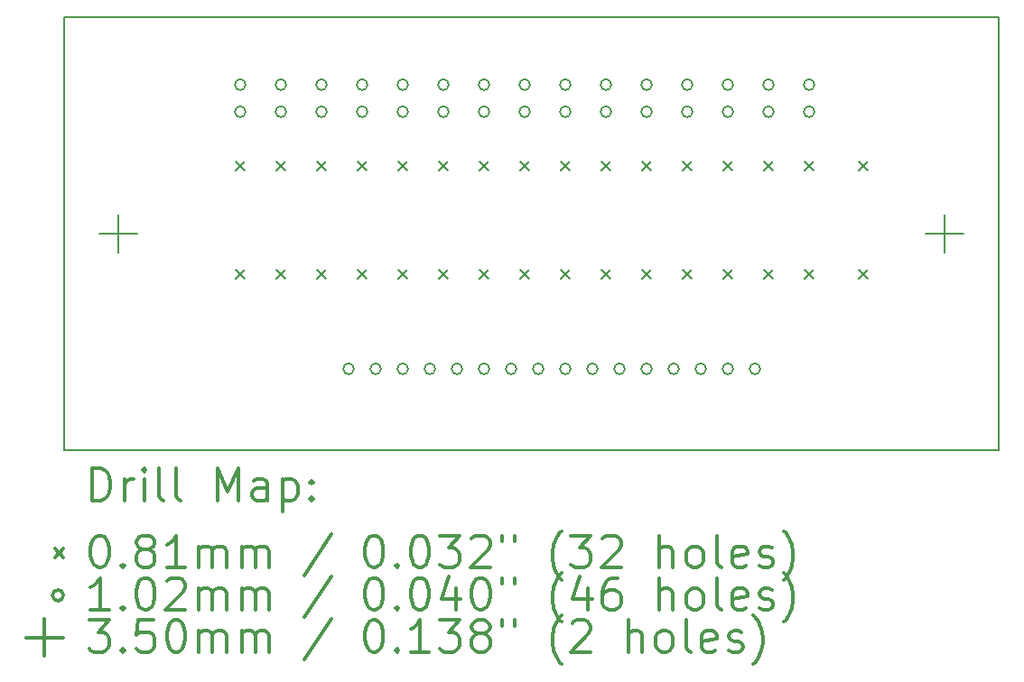
<source format=gbr>
%FSLAX45Y45*%
G04 Gerber Fmt 4.5, Leading zero omitted, Abs format (unit mm)*
G04 Created by KiCad (PCBNEW 4.0.7) date 02/20/20 23:37:44*
%MOMM*%
%LPD*%
G01*
G04 APERTURE LIST*
%ADD10C,0.127000*%
%ADD11C,0.150000*%
%ADD12C,0.200000*%
%ADD13C,0.300000*%
G04 APERTURE END LIST*
D10*
D11*
X10287000Y-11557000D02*
X10287000Y-11430000D01*
X19050000Y-11557000D02*
X10287000Y-11557000D01*
X19050000Y-11430000D02*
X19050000Y-11557000D01*
X19050000Y-11430000D02*
X19050000Y-11303000D01*
X10287000Y-7493000D02*
X10287000Y-11430000D01*
X19050000Y-7493000D02*
X10287000Y-7493000D01*
X19050000Y-11303000D02*
X19050000Y-7493000D01*
D12*
X11897360Y-8849360D02*
X11978640Y-8930640D01*
X11978640Y-8849360D02*
X11897360Y-8930640D01*
X11897360Y-9865360D02*
X11978640Y-9946640D01*
X11978640Y-9865360D02*
X11897360Y-9946640D01*
X12278360Y-8849360D02*
X12359640Y-8930640D01*
X12359640Y-8849360D02*
X12278360Y-8930640D01*
X12278360Y-9865360D02*
X12359640Y-9946640D01*
X12359640Y-9865360D02*
X12278360Y-9946640D01*
X12659360Y-8849360D02*
X12740640Y-8930640D01*
X12740640Y-8849360D02*
X12659360Y-8930640D01*
X12659360Y-9865360D02*
X12740640Y-9946640D01*
X12740640Y-9865360D02*
X12659360Y-9946640D01*
X13040360Y-8849360D02*
X13121640Y-8930640D01*
X13121640Y-8849360D02*
X13040360Y-8930640D01*
X13040360Y-9865360D02*
X13121640Y-9946640D01*
X13121640Y-9865360D02*
X13040360Y-9946640D01*
X13421360Y-8849360D02*
X13502640Y-8930640D01*
X13502640Y-8849360D02*
X13421360Y-8930640D01*
X13421360Y-9865360D02*
X13502640Y-9946640D01*
X13502640Y-9865360D02*
X13421360Y-9946640D01*
X13802360Y-8849360D02*
X13883640Y-8930640D01*
X13883640Y-8849360D02*
X13802360Y-8930640D01*
X13802360Y-9865360D02*
X13883640Y-9946640D01*
X13883640Y-9865360D02*
X13802360Y-9946640D01*
X14183360Y-8849360D02*
X14264640Y-8930640D01*
X14264640Y-8849360D02*
X14183360Y-8930640D01*
X14183360Y-9865360D02*
X14264640Y-9946640D01*
X14264640Y-9865360D02*
X14183360Y-9946640D01*
X14564360Y-8849360D02*
X14645640Y-8930640D01*
X14645640Y-8849360D02*
X14564360Y-8930640D01*
X14564360Y-9865360D02*
X14645640Y-9946640D01*
X14645640Y-9865360D02*
X14564360Y-9946640D01*
X14945360Y-8849360D02*
X15026640Y-8930640D01*
X15026640Y-8849360D02*
X14945360Y-8930640D01*
X14945360Y-9865360D02*
X15026640Y-9946640D01*
X15026640Y-9865360D02*
X14945360Y-9946640D01*
X15326360Y-8849360D02*
X15407640Y-8930640D01*
X15407640Y-8849360D02*
X15326360Y-8930640D01*
X15326360Y-9865360D02*
X15407640Y-9946640D01*
X15407640Y-9865360D02*
X15326360Y-9946640D01*
X15707360Y-8849360D02*
X15788640Y-8930640D01*
X15788640Y-8849360D02*
X15707360Y-8930640D01*
X15707360Y-9865360D02*
X15788640Y-9946640D01*
X15788640Y-9865360D02*
X15707360Y-9946640D01*
X16088360Y-8849360D02*
X16169640Y-8930640D01*
X16169640Y-8849360D02*
X16088360Y-8930640D01*
X16088360Y-9865360D02*
X16169640Y-9946640D01*
X16169640Y-9865360D02*
X16088360Y-9946640D01*
X16469360Y-8849360D02*
X16550640Y-8930640D01*
X16550640Y-8849360D02*
X16469360Y-8930640D01*
X16469360Y-9865360D02*
X16550640Y-9946640D01*
X16550640Y-9865360D02*
X16469360Y-9946640D01*
X16850360Y-8849360D02*
X16931640Y-8930640D01*
X16931640Y-8849360D02*
X16850360Y-8930640D01*
X16850360Y-9865360D02*
X16931640Y-9946640D01*
X16931640Y-9865360D02*
X16850360Y-9946640D01*
X17231360Y-8849360D02*
X17312640Y-8930640D01*
X17312640Y-8849360D02*
X17231360Y-8930640D01*
X17231360Y-9865360D02*
X17312640Y-9946640D01*
X17312640Y-9865360D02*
X17231360Y-9946640D01*
X17739360Y-8849360D02*
X17820640Y-8930640D01*
X17820640Y-8849360D02*
X17739360Y-8930640D01*
X17739360Y-9865360D02*
X17820640Y-9946640D01*
X17820640Y-9865360D02*
X17739360Y-9946640D01*
X11988800Y-8128000D02*
G75*
G03X11988800Y-8128000I-50800J0D01*
G01*
X11988800Y-8382000D02*
G75*
G03X11988800Y-8382000I-50800J0D01*
G01*
X12369800Y-8128000D02*
G75*
G03X12369800Y-8128000I-50800J0D01*
G01*
X12369800Y-8382000D02*
G75*
G03X12369800Y-8382000I-50800J0D01*
G01*
X12750800Y-8128000D02*
G75*
G03X12750800Y-8128000I-50800J0D01*
G01*
X12750800Y-8382000D02*
G75*
G03X12750800Y-8382000I-50800J0D01*
G01*
X13004800Y-10795000D02*
G75*
G03X13004800Y-10795000I-50800J0D01*
G01*
X13131800Y-8128000D02*
G75*
G03X13131800Y-8128000I-50800J0D01*
G01*
X13131800Y-8382000D02*
G75*
G03X13131800Y-8382000I-50800J0D01*
G01*
X13258800Y-10795000D02*
G75*
G03X13258800Y-10795000I-50800J0D01*
G01*
X13512800Y-8128000D02*
G75*
G03X13512800Y-8128000I-50800J0D01*
G01*
X13512800Y-8382000D02*
G75*
G03X13512800Y-8382000I-50800J0D01*
G01*
X13512800Y-10795000D02*
G75*
G03X13512800Y-10795000I-50800J0D01*
G01*
X13766800Y-10795000D02*
G75*
G03X13766800Y-10795000I-50800J0D01*
G01*
X13893800Y-8128000D02*
G75*
G03X13893800Y-8128000I-50800J0D01*
G01*
X13893800Y-8382000D02*
G75*
G03X13893800Y-8382000I-50800J0D01*
G01*
X14020800Y-10795000D02*
G75*
G03X14020800Y-10795000I-50800J0D01*
G01*
X14274800Y-8128000D02*
G75*
G03X14274800Y-8128000I-50800J0D01*
G01*
X14274800Y-8382000D02*
G75*
G03X14274800Y-8382000I-50800J0D01*
G01*
X14274800Y-10795000D02*
G75*
G03X14274800Y-10795000I-50800J0D01*
G01*
X14528800Y-10795000D02*
G75*
G03X14528800Y-10795000I-50800J0D01*
G01*
X14655800Y-8128000D02*
G75*
G03X14655800Y-8128000I-50800J0D01*
G01*
X14655800Y-8382000D02*
G75*
G03X14655800Y-8382000I-50800J0D01*
G01*
X14782800Y-10795000D02*
G75*
G03X14782800Y-10795000I-50800J0D01*
G01*
X15036800Y-8128000D02*
G75*
G03X15036800Y-8128000I-50800J0D01*
G01*
X15036800Y-8382000D02*
G75*
G03X15036800Y-8382000I-50800J0D01*
G01*
X15036800Y-10795000D02*
G75*
G03X15036800Y-10795000I-50800J0D01*
G01*
X15290800Y-10795000D02*
G75*
G03X15290800Y-10795000I-50800J0D01*
G01*
X15417800Y-8128000D02*
G75*
G03X15417800Y-8128000I-50800J0D01*
G01*
X15417800Y-8382000D02*
G75*
G03X15417800Y-8382000I-50800J0D01*
G01*
X15544800Y-10795000D02*
G75*
G03X15544800Y-10795000I-50800J0D01*
G01*
X15798800Y-8128000D02*
G75*
G03X15798800Y-8128000I-50800J0D01*
G01*
X15798800Y-8382000D02*
G75*
G03X15798800Y-8382000I-50800J0D01*
G01*
X15798800Y-10795000D02*
G75*
G03X15798800Y-10795000I-50800J0D01*
G01*
X16052800Y-10795000D02*
G75*
G03X16052800Y-10795000I-50800J0D01*
G01*
X16179800Y-8128000D02*
G75*
G03X16179800Y-8128000I-50800J0D01*
G01*
X16179800Y-8382000D02*
G75*
G03X16179800Y-8382000I-50800J0D01*
G01*
X16306800Y-10795000D02*
G75*
G03X16306800Y-10795000I-50800J0D01*
G01*
X16560800Y-8128000D02*
G75*
G03X16560800Y-8128000I-50800J0D01*
G01*
X16560800Y-8382000D02*
G75*
G03X16560800Y-8382000I-50800J0D01*
G01*
X16560800Y-10795000D02*
G75*
G03X16560800Y-10795000I-50800J0D01*
G01*
X16814800Y-10795000D02*
G75*
G03X16814800Y-10795000I-50800J0D01*
G01*
X16941800Y-8128000D02*
G75*
G03X16941800Y-8128000I-50800J0D01*
G01*
X16941800Y-8382000D02*
G75*
G03X16941800Y-8382000I-50800J0D01*
G01*
X17322800Y-8128000D02*
G75*
G03X17322800Y-8128000I-50800J0D01*
G01*
X17322800Y-8382000D02*
G75*
G03X17322800Y-8382000I-50800J0D01*
G01*
X10795000Y-9350000D02*
X10795000Y-9700000D01*
X10620000Y-9525000D02*
X10970000Y-9525000D01*
X18542000Y-9350000D02*
X18542000Y-9700000D01*
X18367000Y-9525000D02*
X18717000Y-9525000D01*
D13*
X10550929Y-12030214D02*
X10550929Y-11730214D01*
X10622357Y-11730214D01*
X10665214Y-11744500D01*
X10693786Y-11773071D01*
X10708071Y-11801643D01*
X10722357Y-11858786D01*
X10722357Y-11901643D01*
X10708071Y-11958786D01*
X10693786Y-11987357D01*
X10665214Y-12015929D01*
X10622357Y-12030214D01*
X10550929Y-12030214D01*
X10850929Y-12030214D02*
X10850929Y-11830214D01*
X10850929Y-11887357D02*
X10865214Y-11858786D01*
X10879500Y-11844500D01*
X10908071Y-11830214D01*
X10936643Y-11830214D01*
X11036643Y-12030214D02*
X11036643Y-11830214D01*
X11036643Y-11730214D02*
X11022357Y-11744500D01*
X11036643Y-11758786D01*
X11050929Y-11744500D01*
X11036643Y-11730214D01*
X11036643Y-11758786D01*
X11222357Y-12030214D02*
X11193786Y-12015929D01*
X11179500Y-11987357D01*
X11179500Y-11730214D01*
X11379500Y-12030214D02*
X11350928Y-12015929D01*
X11336643Y-11987357D01*
X11336643Y-11730214D01*
X11722357Y-12030214D02*
X11722357Y-11730214D01*
X11822357Y-11944500D01*
X11922357Y-11730214D01*
X11922357Y-12030214D01*
X12193786Y-12030214D02*
X12193786Y-11873071D01*
X12179500Y-11844500D01*
X12150928Y-11830214D01*
X12093786Y-11830214D01*
X12065214Y-11844500D01*
X12193786Y-12015929D02*
X12165214Y-12030214D01*
X12093786Y-12030214D01*
X12065214Y-12015929D01*
X12050928Y-11987357D01*
X12050928Y-11958786D01*
X12065214Y-11930214D01*
X12093786Y-11915929D01*
X12165214Y-11915929D01*
X12193786Y-11901643D01*
X12336643Y-11830214D02*
X12336643Y-12130214D01*
X12336643Y-11844500D02*
X12365214Y-11830214D01*
X12422357Y-11830214D01*
X12450928Y-11844500D01*
X12465214Y-11858786D01*
X12479500Y-11887357D01*
X12479500Y-11973071D01*
X12465214Y-12001643D01*
X12450928Y-12015929D01*
X12422357Y-12030214D01*
X12365214Y-12030214D01*
X12336643Y-12015929D01*
X12608071Y-12001643D02*
X12622357Y-12015929D01*
X12608071Y-12030214D01*
X12593786Y-12015929D01*
X12608071Y-12001643D01*
X12608071Y-12030214D01*
X12608071Y-11844500D02*
X12622357Y-11858786D01*
X12608071Y-11873071D01*
X12593786Y-11858786D01*
X12608071Y-11844500D01*
X12608071Y-11873071D01*
X10198220Y-12483860D02*
X10279500Y-12565140D01*
X10279500Y-12483860D02*
X10198220Y-12565140D01*
X10608071Y-12360214D02*
X10636643Y-12360214D01*
X10665214Y-12374500D01*
X10679500Y-12388786D01*
X10693786Y-12417357D01*
X10708071Y-12474500D01*
X10708071Y-12545929D01*
X10693786Y-12603071D01*
X10679500Y-12631643D01*
X10665214Y-12645929D01*
X10636643Y-12660214D01*
X10608071Y-12660214D01*
X10579500Y-12645929D01*
X10565214Y-12631643D01*
X10550929Y-12603071D01*
X10536643Y-12545929D01*
X10536643Y-12474500D01*
X10550929Y-12417357D01*
X10565214Y-12388786D01*
X10579500Y-12374500D01*
X10608071Y-12360214D01*
X10836643Y-12631643D02*
X10850929Y-12645929D01*
X10836643Y-12660214D01*
X10822357Y-12645929D01*
X10836643Y-12631643D01*
X10836643Y-12660214D01*
X11022357Y-12488786D02*
X10993786Y-12474500D01*
X10979500Y-12460214D01*
X10965214Y-12431643D01*
X10965214Y-12417357D01*
X10979500Y-12388786D01*
X10993786Y-12374500D01*
X11022357Y-12360214D01*
X11079500Y-12360214D01*
X11108071Y-12374500D01*
X11122357Y-12388786D01*
X11136643Y-12417357D01*
X11136643Y-12431643D01*
X11122357Y-12460214D01*
X11108071Y-12474500D01*
X11079500Y-12488786D01*
X11022357Y-12488786D01*
X10993786Y-12503071D01*
X10979500Y-12517357D01*
X10965214Y-12545929D01*
X10965214Y-12603071D01*
X10979500Y-12631643D01*
X10993786Y-12645929D01*
X11022357Y-12660214D01*
X11079500Y-12660214D01*
X11108071Y-12645929D01*
X11122357Y-12631643D01*
X11136643Y-12603071D01*
X11136643Y-12545929D01*
X11122357Y-12517357D01*
X11108071Y-12503071D01*
X11079500Y-12488786D01*
X11422357Y-12660214D02*
X11250928Y-12660214D01*
X11336643Y-12660214D02*
X11336643Y-12360214D01*
X11308071Y-12403071D01*
X11279500Y-12431643D01*
X11250928Y-12445929D01*
X11550928Y-12660214D02*
X11550928Y-12460214D01*
X11550928Y-12488786D02*
X11565214Y-12474500D01*
X11593786Y-12460214D01*
X11636643Y-12460214D01*
X11665214Y-12474500D01*
X11679500Y-12503071D01*
X11679500Y-12660214D01*
X11679500Y-12503071D02*
X11693786Y-12474500D01*
X11722357Y-12460214D01*
X11765214Y-12460214D01*
X11793786Y-12474500D01*
X11808071Y-12503071D01*
X11808071Y-12660214D01*
X11950928Y-12660214D02*
X11950928Y-12460214D01*
X11950928Y-12488786D02*
X11965214Y-12474500D01*
X11993786Y-12460214D01*
X12036643Y-12460214D01*
X12065214Y-12474500D01*
X12079500Y-12503071D01*
X12079500Y-12660214D01*
X12079500Y-12503071D02*
X12093786Y-12474500D01*
X12122357Y-12460214D01*
X12165214Y-12460214D01*
X12193786Y-12474500D01*
X12208071Y-12503071D01*
X12208071Y-12660214D01*
X12793786Y-12345929D02*
X12536643Y-12731643D01*
X13179500Y-12360214D02*
X13208071Y-12360214D01*
X13236643Y-12374500D01*
X13250928Y-12388786D01*
X13265214Y-12417357D01*
X13279500Y-12474500D01*
X13279500Y-12545929D01*
X13265214Y-12603071D01*
X13250928Y-12631643D01*
X13236643Y-12645929D01*
X13208071Y-12660214D01*
X13179500Y-12660214D01*
X13150928Y-12645929D01*
X13136643Y-12631643D01*
X13122357Y-12603071D01*
X13108071Y-12545929D01*
X13108071Y-12474500D01*
X13122357Y-12417357D01*
X13136643Y-12388786D01*
X13150928Y-12374500D01*
X13179500Y-12360214D01*
X13408071Y-12631643D02*
X13422357Y-12645929D01*
X13408071Y-12660214D01*
X13393786Y-12645929D01*
X13408071Y-12631643D01*
X13408071Y-12660214D01*
X13608071Y-12360214D02*
X13636643Y-12360214D01*
X13665214Y-12374500D01*
X13679500Y-12388786D01*
X13693785Y-12417357D01*
X13708071Y-12474500D01*
X13708071Y-12545929D01*
X13693785Y-12603071D01*
X13679500Y-12631643D01*
X13665214Y-12645929D01*
X13636643Y-12660214D01*
X13608071Y-12660214D01*
X13579500Y-12645929D01*
X13565214Y-12631643D01*
X13550928Y-12603071D01*
X13536643Y-12545929D01*
X13536643Y-12474500D01*
X13550928Y-12417357D01*
X13565214Y-12388786D01*
X13579500Y-12374500D01*
X13608071Y-12360214D01*
X13808071Y-12360214D02*
X13993785Y-12360214D01*
X13893785Y-12474500D01*
X13936643Y-12474500D01*
X13965214Y-12488786D01*
X13979500Y-12503071D01*
X13993785Y-12531643D01*
X13993785Y-12603071D01*
X13979500Y-12631643D01*
X13965214Y-12645929D01*
X13936643Y-12660214D01*
X13850928Y-12660214D01*
X13822357Y-12645929D01*
X13808071Y-12631643D01*
X14108071Y-12388786D02*
X14122357Y-12374500D01*
X14150928Y-12360214D01*
X14222357Y-12360214D01*
X14250928Y-12374500D01*
X14265214Y-12388786D01*
X14279500Y-12417357D01*
X14279500Y-12445929D01*
X14265214Y-12488786D01*
X14093785Y-12660214D01*
X14279500Y-12660214D01*
X14393786Y-12360214D02*
X14393786Y-12417357D01*
X14508071Y-12360214D02*
X14508071Y-12417357D01*
X14950928Y-12774500D02*
X14936643Y-12760214D01*
X14908071Y-12717357D01*
X14893785Y-12688786D01*
X14879500Y-12645929D01*
X14865214Y-12574500D01*
X14865214Y-12517357D01*
X14879500Y-12445929D01*
X14893785Y-12403071D01*
X14908071Y-12374500D01*
X14936643Y-12331643D01*
X14950928Y-12317357D01*
X15036643Y-12360214D02*
X15222357Y-12360214D01*
X15122357Y-12474500D01*
X15165214Y-12474500D01*
X15193785Y-12488786D01*
X15208071Y-12503071D01*
X15222357Y-12531643D01*
X15222357Y-12603071D01*
X15208071Y-12631643D01*
X15193785Y-12645929D01*
X15165214Y-12660214D01*
X15079500Y-12660214D01*
X15050928Y-12645929D01*
X15036643Y-12631643D01*
X15336643Y-12388786D02*
X15350928Y-12374500D01*
X15379500Y-12360214D01*
X15450928Y-12360214D01*
X15479500Y-12374500D01*
X15493785Y-12388786D01*
X15508071Y-12417357D01*
X15508071Y-12445929D01*
X15493785Y-12488786D01*
X15322357Y-12660214D01*
X15508071Y-12660214D01*
X15865214Y-12660214D02*
X15865214Y-12360214D01*
X15993785Y-12660214D02*
X15993785Y-12503071D01*
X15979500Y-12474500D01*
X15950928Y-12460214D01*
X15908071Y-12460214D01*
X15879500Y-12474500D01*
X15865214Y-12488786D01*
X16179500Y-12660214D02*
X16150928Y-12645929D01*
X16136643Y-12631643D01*
X16122357Y-12603071D01*
X16122357Y-12517357D01*
X16136643Y-12488786D01*
X16150928Y-12474500D01*
X16179500Y-12460214D01*
X16222357Y-12460214D01*
X16250928Y-12474500D01*
X16265214Y-12488786D01*
X16279500Y-12517357D01*
X16279500Y-12603071D01*
X16265214Y-12631643D01*
X16250928Y-12645929D01*
X16222357Y-12660214D01*
X16179500Y-12660214D01*
X16450928Y-12660214D02*
X16422357Y-12645929D01*
X16408071Y-12617357D01*
X16408071Y-12360214D01*
X16679500Y-12645929D02*
X16650928Y-12660214D01*
X16593786Y-12660214D01*
X16565214Y-12645929D01*
X16550928Y-12617357D01*
X16550928Y-12503071D01*
X16565214Y-12474500D01*
X16593786Y-12460214D01*
X16650928Y-12460214D01*
X16679500Y-12474500D01*
X16693786Y-12503071D01*
X16693786Y-12531643D01*
X16550928Y-12560214D01*
X16808071Y-12645929D02*
X16836643Y-12660214D01*
X16893786Y-12660214D01*
X16922357Y-12645929D01*
X16936643Y-12617357D01*
X16936643Y-12603071D01*
X16922357Y-12574500D01*
X16893786Y-12560214D01*
X16850929Y-12560214D01*
X16822357Y-12545929D01*
X16808071Y-12517357D01*
X16808071Y-12503071D01*
X16822357Y-12474500D01*
X16850929Y-12460214D01*
X16893786Y-12460214D01*
X16922357Y-12474500D01*
X17036643Y-12774500D02*
X17050929Y-12760214D01*
X17079500Y-12717357D01*
X17093786Y-12688786D01*
X17108071Y-12645929D01*
X17122357Y-12574500D01*
X17122357Y-12517357D01*
X17108071Y-12445929D01*
X17093786Y-12403071D01*
X17079500Y-12374500D01*
X17050929Y-12331643D01*
X17036643Y-12317357D01*
X10279500Y-12920500D02*
G75*
G03X10279500Y-12920500I-50800J0D01*
G01*
X10708071Y-13056214D02*
X10536643Y-13056214D01*
X10622357Y-13056214D02*
X10622357Y-12756214D01*
X10593786Y-12799071D01*
X10565214Y-12827643D01*
X10536643Y-12841929D01*
X10836643Y-13027643D02*
X10850929Y-13041929D01*
X10836643Y-13056214D01*
X10822357Y-13041929D01*
X10836643Y-13027643D01*
X10836643Y-13056214D01*
X11036643Y-12756214D02*
X11065214Y-12756214D01*
X11093786Y-12770500D01*
X11108071Y-12784786D01*
X11122357Y-12813357D01*
X11136643Y-12870500D01*
X11136643Y-12941929D01*
X11122357Y-12999071D01*
X11108071Y-13027643D01*
X11093786Y-13041929D01*
X11065214Y-13056214D01*
X11036643Y-13056214D01*
X11008071Y-13041929D01*
X10993786Y-13027643D01*
X10979500Y-12999071D01*
X10965214Y-12941929D01*
X10965214Y-12870500D01*
X10979500Y-12813357D01*
X10993786Y-12784786D01*
X11008071Y-12770500D01*
X11036643Y-12756214D01*
X11250928Y-12784786D02*
X11265214Y-12770500D01*
X11293786Y-12756214D01*
X11365214Y-12756214D01*
X11393786Y-12770500D01*
X11408071Y-12784786D01*
X11422357Y-12813357D01*
X11422357Y-12841929D01*
X11408071Y-12884786D01*
X11236643Y-13056214D01*
X11422357Y-13056214D01*
X11550928Y-13056214D02*
X11550928Y-12856214D01*
X11550928Y-12884786D02*
X11565214Y-12870500D01*
X11593786Y-12856214D01*
X11636643Y-12856214D01*
X11665214Y-12870500D01*
X11679500Y-12899071D01*
X11679500Y-13056214D01*
X11679500Y-12899071D02*
X11693786Y-12870500D01*
X11722357Y-12856214D01*
X11765214Y-12856214D01*
X11793786Y-12870500D01*
X11808071Y-12899071D01*
X11808071Y-13056214D01*
X11950928Y-13056214D02*
X11950928Y-12856214D01*
X11950928Y-12884786D02*
X11965214Y-12870500D01*
X11993786Y-12856214D01*
X12036643Y-12856214D01*
X12065214Y-12870500D01*
X12079500Y-12899071D01*
X12079500Y-13056214D01*
X12079500Y-12899071D02*
X12093786Y-12870500D01*
X12122357Y-12856214D01*
X12165214Y-12856214D01*
X12193786Y-12870500D01*
X12208071Y-12899071D01*
X12208071Y-13056214D01*
X12793786Y-12741929D02*
X12536643Y-13127643D01*
X13179500Y-12756214D02*
X13208071Y-12756214D01*
X13236643Y-12770500D01*
X13250928Y-12784786D01*
X13265214Y-12813357D01*
X13279500Y-12870500D01*
X13279500Y-12941929D01*
X13265214Y-12999071D01*
X13250928Y-13027643D01*
X13236643Y-13041929D01*
X13208071Y-13056214D01*
X13179500Y-13056214D01*
X13150928Y-13041929D01*
X13136643Y-13027643D01*
X13122357Y-12999071D01*
X13108071Y-12941929D01*
X13108071Y-12870500D01*
X13122357Y-12813357D01*
X13136643Y-12784786D01*
X13150928Y-12770500D01*
X13179500Y-12756214D01*
X13408071Y-13027643D02*
X13422357Y-13041929D01*
X13408071Y-13056214D01*
X13393786Y-13041929D01*
X13408071Y-13027643D01*
X13408071Y-13056214D01*
X13608071Y-12756214D02*
X13636643Y-12756214D01*
X13665214Y-12770500D01*
X13679500Y-12784786D01*
X13693785Y-12813357D01*
X13708071Y-12870500D01*
X13708071Y-12941929D01*
X13693785Y-12999071D01*
X13679500Y-13027643D01*
X13665214Y-13041929D01*
X13636643Y-13056214D01*
X13608071Y-13056214D01*
X13579500Y-13041929D01*
X13565214Y-13027643D01*
X13550928Y-12999071D01*
X13536643Y-12941929D01*
X13536643Y-12870500D01*
X13550928Y-12813357D01*
X13565214Y-12784786D01*
X13579500Y-12770500D01*
X13608071Y-12756214D01*
X13965214Y-12856214D02*
X13965214Y-13056214D01*
X13893785Y-12741929D02*
X13822357Y-12956214D01*
X14008071Y-12956214D01*
X14179500Y-12756214D02*
X14208071Y-12756214D01*
X14236643Y-12770500D01*
X14250928Y-12784786D01*
X14265214Y-12813357D01*
X14279500Y-12870500D01*
X14279500Y-12941929D01*
X14265214Y-12999071D01*
X14250928Y-13027643D01*
X14236643Y-13041929D01*
X14208071Y-13056214D01*
X14179500Y-13056214D01*
X14150928Y-13041929D01*
X14136643Y-13027643D01*
X14122357Y-12999071D01*
X14108071Y-12941929D01*
X14108071Y-12870500D01*
X14122357Y-12813357D01*
X14136643Y-12784786D01*
X14150928Y-12770500D01*
X14179500Y-12756214D01*
X14393786Y-12756214D02*
X14393786Y-12813357D01*
X14508071Y-12756214D02*
X14508071Y-12813357D01*
X14950928Y-13170500D02*
X14936643Y-13156214D01*
X14908071Y-13113357D01*
X14893785Y-13084786D01*
X14879500Y-13041929D01*
X14865214Y-12970500D01*
X14865214Y-12913357D01*
X14879500Y-12841929D01*
X14893785Y-12799071D01*
X14908071Y-12770500D01*
X14936643Y-12727643D01*
X14950928Y-12713357D01*
X15193785Y-12856214D02*
X15193785Y-13056214D01*
X15122357Y-12741929D02*
X15050928Y-12956214D01*
X15236643Y-12956214D01*
X15479500Y-12756214D02*
X15422357Y-12756214D01*
X15393785Y-12770500D01*
X15379500Y-12784786D01*
X15350928Y-12827643D01*
X15336643Y-12884786D01*
X15336643Y-12999071D01*
X15350928Y-13027643D01*
X15365214Y-13041929D01*
X15393785Y-13056214D01*
X15450928Y-13056214D01*
X15479500Y-13041929D01*
X15493785Y-13027643D01*
X15508071Y-12999071D01*
X15508071Y-12927643D01*
X15493785Y-12899071D01*
X15479500Y-12884786D01*
X15450928Y-12870500D01*
X15393785Y-12870500D01*
X15365214Y-12884786D01*
X15350928Y-12899071D01*
X15336643Y-12927643D01*
X15865214Y-13056214D02*
X15865214Y-12756214D01*
X15993785Y-13056214D02*
X15993785Y-12899071D01*
X15979500Y-12870500D01*
X15950928Y-12856214D01*
X15908071Y-12856214D01*
X15879500Y-12870500D01*
X15865214Y-12884786D01*
X16179500Y-13056214D02*
X16150928Y-13041929D01*
X16136643Y-13027643D01*
X16122357Y-12999071D01*
X16122357Y-12913357D01*
X16136643Y-12884786D01*
X16150928Y-12870500D01*
X16179500Y-12856214D01*
X16222357Y-12856214D01*
X16250928Y-12870500D01*
X16265214Y-12884786D01*
X16279500Y-12913357D01*
X16279500Y-12999071D01*
X16265214Y-13027643D01*
X16250928Y-13041929D01*
X16222357Y-13056214D01*
X16179500Y-13056214D01*
X16450928Y-13056214D02*
X16422357Y-13041929D01*
X16408071Y-13013357D01*
X16408071Y-12756214D01*
X16679500Y-13041929D02*
X16650928Y-13056214D01*
X16593786Y-13056214D01*
X16565214Y-13041929D01*
X16550928Y-13013357D01*
X16550928Y-12899071D01*
X16565214Y-12870500D01*
X16593786Y-12856214D01*
X16650928Y-12856214D01*
X16679500Y-12870500D01*
X16693786Y-12899071D01*
X16693786Y-12927643D01*
X16550928Y-12956214D01*
X16808071Y-13041929D02*
X16836643Y-13056214D01*
X16893786Y-13056214D01*
X16922357Y-13041929D01*
X16936643Y-13013357D01*
X16936643Y-12999071D01*
X16922357Y-12970500D01*
X16893786Y-12956214D01*
X16850929Y-12956214D01*
X16822357Y-12941929D01*
X16808071Y-12913357D01*
X16808071Y-12899071D01*
X16822357Y-12870500D01*
X16850929Y-12856214D01*
X16893786Y-12856214D01*
X16922357Y-12870500D01*
X17036643Y-13170500D02*
X17050929Y-13156214D01*
X17079500Y-13113357D01*
X17093786Y-13084786D01*
X17108071Y-13041929D01*
X17122357Y-12970500D01*
X17122357Y-12913357D01*
X17108071Y-12841929D01*
X17093786Y-12799071D01*
X17079500Y-12770500D01*
X17050929Y-12727643D01*
X17036643Y-12713357D01*
X10104500Y-13141500D02*
X10104500Y-13491500D01*
X9929500Y-13316500D02*
X10279500Y-13316500D01*
X10522357Y-13152214D02*
X10708071Y-13152214D01*
X10608071Y-13266500D01*
X10650929Y-13266500D01*
X10679500Y-13280786D01*
X10693786Y-13295071D01*
X10708071Y-13323643D01*
X10708071Y-13395071D01*
X10693786Y-13423643D01*
X10679500Y-13437929D01*
X10650929Y-13452214D01*
X10565214Y-13452214D01*
X10536643Y-13437929D01*
X10522357Y-13423643D01*
X10836643Y-13423643D02*
X10850929Y-13437929D01*
X10836643Y-13452214D01*
X10822357Y-13437929D01*
X10836643Y-13423643D01*
X10836643Y-13452214D01*
X11122357Y-13152214D02*
X10979500Y-13152214D01*
X10965214Y-13295071D01*
X10979500Y-13280786D01*
X11008071Y-13266500D01*
X11079500Y-13266500D01*
X11108071Y-13280786D01*
X11122357Y-13295071D01*
X11136643Y-13323643D01*
X11136643Y-13395071D01*
X11122357Y-13423643D01*
X11108071Y-13437929D01*
X11079500Y-13452214D01*
X11008071Y-13452214D01*
X10979500Y-13437929D01*
X10965214Y-13423643D01*
X11322357Y-13152214D02*
X11350928Y-13152214D01*
X11379500Y-13166500D01*
X11393786Y-13180786D01*
X11408071Y-13209357D01*
X11422357Y-13266500D01*
X11422357Y-13337929D01*
X11408071Y-13395071D01*
X11393786Y-13423643D01*
X11379500Y-13437929D01*
X11350928Y-13452214D01*
X11322357Y-13452214D01*
X11293786Y-13437929D01*
X11279500Y-13423643D01*
X11265214Y-13395071D01*
X11250928Y-13337929D01*
X11250928Y-13266500D01*
X11265214Y-13209357D01*
X11279500Y-13180786D01*
X11293786Y-13166500D01*
X11322357Y-13152214D01*
X11550928Y-13452214D02*
X11550928Y-13252214D01*
X11550928Y-13280786D02*
X11565214Y-13266500D01*
X11593786Y-13252214D01*
X11636643Y-13252214D01*
X11665214Y-13266500D01*
X11679500Y-13295071D01*
X11679500Y-13452214D01*
X11679500Y-13295071D02*
X11693786Y-13266500D01*
X11722357Y-13252214D01*
X11765214Y-13252214D01*
X11793786Y-13266500D01*
X11808071Y-13295071D01*
X11808071Y-13452214D01*
X11950928Y-13452214D02*
X11950928Y-13252214D01*
X11950928Y-13280786D02*
X11965214Y-13266500D01*
X11993786Y-13252214D01*
X12036643Y-13252214D01*
X12065214Y-13266500D01*
X12079500Y-13295071D01*
X12079500Y-13452214D01*
X12079500Y-13295071D02*
X12093786Y-13266500D01*
X12122357Y-13252214D01*
X12165214Y-13252214D01*
X12193786Y-13266500D01*
X12208071Y-13295071D01*
X12208071Y-13452214D01*
X12793786Y-13137929D02*
X12536643Y-13523643D01*
X13179500Y-13152214D02*
X13208071Y-13152214D01*
X13236643Y-13166500D01*
X13250928Y-13180786D01*
X13265214Y-13209357D01*
X13279500Y-13266500D01*
X13279500Y-13337929D01*
X13265214Y-13395071D01*
X13250928Y-13423643D01*
X13236643Y-13437929D01*
X13208071Y-13452214D01*
X13179500Y-13452214D01*
X13150928Y-13437929D01*
X13136643Y-13423643D01*
X13122357Y-13395071D01*
X13108071Y-13337929D01*
X13108071Y-13266500D01*
X13122357Y-13209357D01*
X13136643Y-13180786D01*
X13150928Y-13166500D01*
X13179500Y-13152214D01*
X13408071Y-13423643D02*
X13422357Y-13437929D01*
X13408071Y-13452214D01*
X13393786Y-13437929D01*
X13408071Y-13423643D01*
X13408071Y-13452214D01*
X13708071Y-13452214D02*
X13536643Y-13452214D01*
X13622357Y-13452214D02*
X13622357Y-13152214D01*
X13593785Y-13195071D01*
X13565214Y-13223643D01*
X13536643Y-13237929D01*
X13808071Y-13152214D02*
X13993785Y-13152214D01*
X13893785Y-13266500D01*
X13936643Y-13266500D01*
X13965214Y-13280786D01*
X13979500Y-13295071D01*
X13993785Y-13323643D01*
X13993785Y-13395071D01*
X13979500Y-13423643D01*
X13965214Y-13437929D01*
X13936643Y-13452214D01*
X13850928Y-13452214D01*
X13822357Y-13437929D01*
X13808071Y-13423643D01*
X14165214Y-13280786D02*
X14136643Y-13266500D01*
X14122357Y-13252214D01*
X14108071Y-13223643D01*
X14108071Y-13209357D01*
X14122357Y-13180786D01*
X14136643Y-13166500D01*
X14165214Y-13152214D01*
X14222357Y-13152214D01*
X14250928Y-13166500D01*
X14265214Y-13180786D01*
X14279500Y-13209357D01*
X14279500Y-13223643D01*
X14265214Y-13252214D01*
X14250928Y-13266500D01*
X14222357Y-13280786D01*
X14165214Y-13280786D01*
X14136643Y-13295071D01*
X14122357Y-13309357D01*
X14108071Y-13337929D01*
X14108071Y-13395071D01*
X14122357Y-13423643D01*
X14136643Y-13437929D01*
X14165214Y-13452214D01*
X14222357Y-13452214D01*
X14250928Y-13437929D01*
X14265214Y-13423643D01*
X14279500Y-13395071D01*
X14279500Y-13337929D01*
X14265214Y-13309357D01*
X14250928Y-13295071D01*
X14222357Y-13280786D01*
X14393786Y-13152214D02*
X14393786Y-13209357D01*
X14508071Y-13152214D02*
X14508071Y-13209357D01*
X14950928Y-13566500D02*
X14936643Y-13552214D01*
X14908071Y-13509357D01*
X14893785Y-13480786D01*
X14879500Y-13437929D01*
X14865214Y-13366500D01*
X14865214Y-13309357D01*
X14879500Y-13237929D01*
X14893785Y-13195071D01*
X14908071Y-13166500D01*
X14936643Y-13123643D01*
X14950928Y-13109357D01*
X15050928Y-13180786D02*
X15065214Y-13166500D01*
X15093785Y-13152214D01*
X15165214Y-13152214D01*
X15193785Y-13166500D01*
X15208071Y-13180786D01*
X15222357Y-13209357D01*
X15222357Y-13237929D01*
X15208071Y-13280786D01*
X15036643Y-13452214D01*
X15222357Y-13452214D01*
X15579500Y-13452214D02*
X15579500Y-13152214D01*
X15708071Y-13452214D02*
X15708071Y-13295071D01*
X15693785Y-13266500D01*
X15665214Y-13252214D01*
X15622357Y-13252214D01*
X15593785Y-13266500D01*
X15579500Y-13280786D01*
X15893785Y-13452214D02*
X15865214Y-13437929D01*
X15850928Y-13423643D01*
X15836643Y-13395071D01*
X15836643Y-13309357D01*
X15850928Y-13280786D01*
X15865214Y-13266500D01*
X15893785Y-13252214D01*
X15936643Y-13252214D01*
X15965214Y-13266500D01*
X15979500Y-13280786D01*
X15993785Y-13309357D01*
X15993785Y-13395071D01*
X15979500Y-13423643D01*
X15965214Y-13437929D01*
X15936643Y-13452214D01*
X15893785Y-13452214D01*
X16165214Y-13452214D02*
X16136643Y-13437929D01*
X16122357Y-13409357D01*
X16122357Y-13152214D01*
X16393786Y-13437929D02*
X16365214Y-13452214D01*
X16308071Y-13452214D01*
X16279500Y-13437929D01*
X16265214Y-13409357D01*
X16265214Y-13295071D01*
X16279500Y-13266500D01*
X16308071Y-13252214D01*
X16365214Y-13252214D01*
X16393786Y-13266500D01*
X16408071Y-13295071D01*
X16408071Y-13323643D01*
X16265214Y-13352214D01*
X16522357Y-13437929D02*
X16550928Y-13452214D01*
X16608071Y-13452214D01*
X16636643Y-13437929D01*
X16650928Y-13409357D01*
X16650928Y-13395071D01*
X16636643Y-13366500D01*
X16608071Y-13352214D01*
X16565214Y-13352214D01*
X16536643Y-13337929D01*
X16522357Y-13309357D01*
X16522357Y-13295071D01*
X16536643Y-13266500D01*
X16565214Y-13252214D01*
X16608071Y-13252214D01*
X16636643Y-13266500D01*
X16750928Y-13566500D02*
X16765214Y-13552214D01*
X16793786Y-13509357D01*
X16808071Y-13480786D01*
X16822357Y-13437929D01*
X16836643Y-13366500D01*
X16836643Y-13309357D01*
X16822357Y-13237929D01*
X16808071Y-13195071D01*
X16793786Y-13166500D01*
X16765214Y-13123643D01*
X16750928Y-13109357D01*
M02*

</source>
